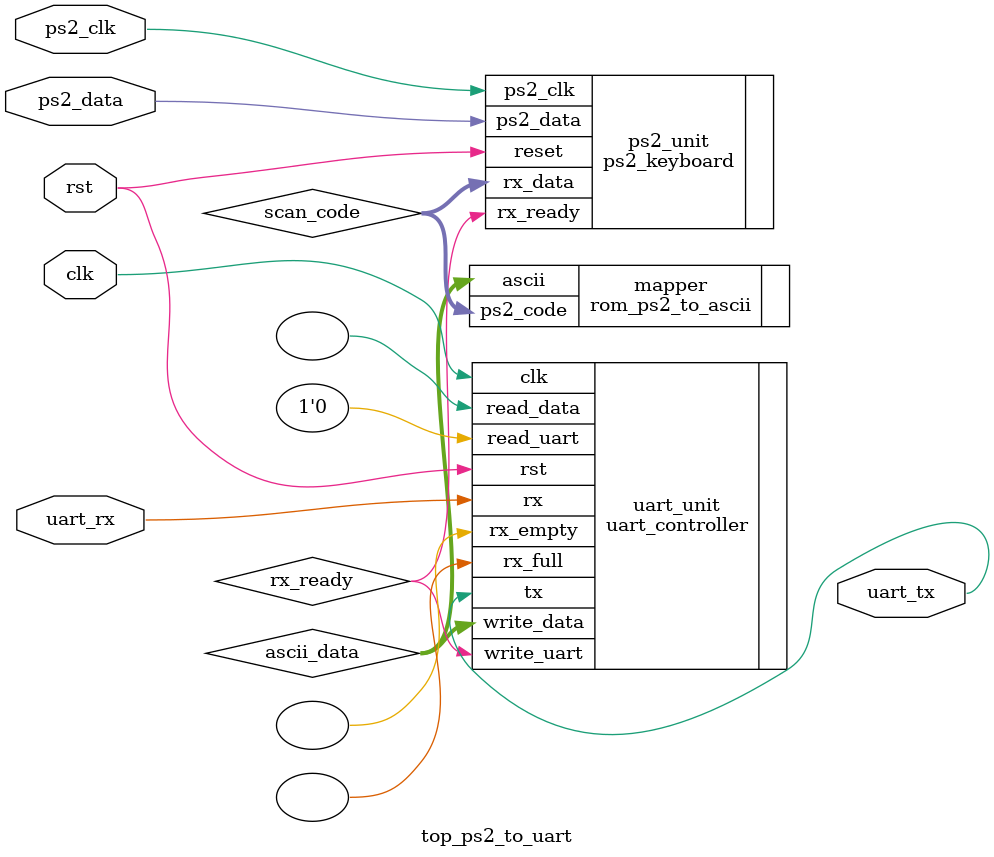
<source format=v>
`timescale 1ns / 1ps
module top_ps2_to_uart(
    input wire clk,          // 100 MHz Basys 3 clock
    input wire rst,          // Reset button
    input wire ps2_clk,      // PS/2 clock signal
    input wire ps2_data,     // PS/2 data signal
    input wire uart_rx,      // UART receive signal (not used, loopback possible)
    output wire uart_tx      // UART transmit signal
);

    // Parameters for UART
    localparam DATA_BITS = 8;
    localparam SAMPLING = 16;
    localparam BR_LIMIT = 52;  // Baud rate for 115200bps @ 100MHz clock
    localparam BR_BITS = 6;
    localparam FIFO_EXP = 8;    // FIFO depth of 2^8 = 256 entries

    // Wires for PS/2 and UART
    wire [7:0] scan_code;       // Scan code from PS/2 keyboard
    wire rx_ready;          // PS/2 data received
    wire [7:0] ascii_data;      // Mapped ASCII data
    reg write_uart;             // Trigger UART transmission
    reg [9:0] tx_state;

    // PS/2 Keyboard Instantiation
    ps2_keyboard ps2_unit (
        .reset(rst),
        .ps2_clk(ps2_clk),
        .ps2_data(ps2_data),
        .rx_ready(rx_ready),
        .rx_data(scan_code)
    );

    // ASCII Conversion
    rom_ps2_to_ascii mapper (
        .ps2_code(scan_code),
        .ascii(ascii_data)
    );

    // UART Controller Instantiation
    uart_controller #(
        .DATA_BITS(DATA_BITS),
        .SAMPLING(SAMPLING),
        .BR_LIMIT(BR_LIMIT),
        .BR_BITS(BR_BITS),
        .FIFO_EXP(FIFO_EXP)
    ) uart_unit (
        .clk(clk),
        .rst(rst),
        .read_uart(1'b0),        // Not reading from UART in this example
        .write_uart(rx_ready),
        .rx(uart_rx),
        .write_data(ascii_data),
        .rx_full(),
        .rx_empty(),
        .tx(uart_tx),
        .read_data()             // Not used
    );

    // FSM to handle scan code to UART transmission
    reg [1:0] state_reg, state_next;
    localparam IDLE = 2'b00, SEND = 2'b01;
    
    always @(posedge clk or posedge rst) begin
        if (rst) begin
                write_uart <= 0;
                tx_state <= 0;
        end 
        else case (tx_state)
            10'd0: begin
                if (rx_ready) begin 
                    tx_state <= 1;
                    write_uart <= 1;
                end
            end
            10'd1: begin
                write_uart <= 0;
                tx_state <= 2;
            end
            default: tx_state <= tx_state + 1;
        endcase
    end
endmodule

</source>
